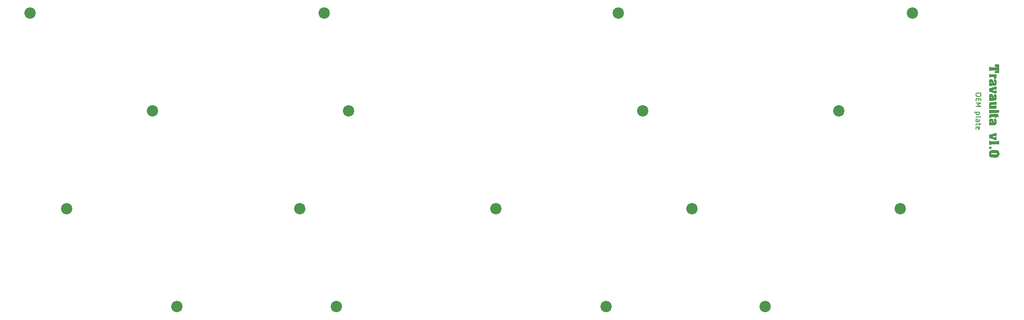
<source format=gbr>
%TF.GenerationSoftware,KiCad,Pcbnew,(7.0.0)*%
%TF.CreationDate,2023-08-01T20:03:55+02:00*%
%TF.ProjectId,travaulta plate topre,74726176-6175-46c7-9461-20706c617465,rev?*%
%TF.SameCoordinates,Original*%
%TF.FileFunction,Legend,Top*%
%TF.FilePolarity,Positive*%
%FSLAX46Y46*%
G04 Gerber Fmt 4.6, Leading zero omitted, Abs format (unit mm)*
G04 Created by KiCad (PCBNEW (7.0.0)) date 2023-08-01 20:03:55*
%MOMM*%
%LPD*%
G01*
G04 APERTURE LIST*
%ADD10C,0.150000*%
%ADD11C,2.200000*%
G04 APERTURE END LIST*
D10*
X248282619Y-72899999D02*
X248282619Y-73090475D01*
X248282619Y-73090475D02*
X248235000Y-73185713D01*
X248235000Y-73185713D02*
X248139761Y-73280951D01*
X248139761Y-73280951D02*
X247949285Y-73328570D01*
X247949285Y-73328570D02*
X247615952Y-73328570D01*
X247615952Y-73328570D02*
X247425476Y-73280951D01*
X247425476Y-73280951D02*
X247330238Y-73185713D01*
X247330238Y-73185713D02*
X247282619Y-73090475D01*
X247282619Y-73090475D02*
X247282619Y-72899999D01*
X247282619Y-72899999D02*
X247330238Y-72804761D01*
X247330238Y-72804761D02*
X247425476Y-72709523D01*
X247425476Y-72709523D02*
X247615952Y-72661904D01*
X247615952Y-72661904D02*
X247949285Y-72661904D01*
X247949285Y-72661904D02*
X248139761Y-72709523D01*
X248139761Y-72709523D02*
X248235000Y-72804761D01*
X248235000Y-72804761D02*
X248282619Y-72899999D01*
X247806428Y-73757142D02*
X247806428Y-74090475D01*
X247282619Y-74233332D02*
X247282619Y-73757142D01*
X247282619Y-73757142D02*
X248282619Y-73757142D01*
X248282619Y-73757142D02*
X248282619Y-74233332D01*
X247282619Y-74661904D02*
X248282619Y-74661904D01*
X248282619Y-74661904D02*
X247568333Y-74995237D01*
X247568333Y-74995237D02*
X248282619Y-75328570D01*
X248282619Y-75328570D02*
X247282619Y-75328570D01*
X247949285Y-76404761D02*
X246949285Y-76404761D01*
X247901666Y-76404761D02*
X247949285Y-76499999D01*
X247949285Y-76499999D02*
X247949285Y-76690475D01*
X247949285Y-76690475D02*
X247901666Y-76785713D01*
X247901666Y-76785713D02*
X247854047Y-76833332D01*
X247854047Y-76833332D02*
X247758809Y-76880951D01*
X247758809Y-76880951D02*
X247473095Y-76880951D01*
X247473095Y-76880951D02*
X247377857Y-76833332D01*
X247377857Y-76833332D02*
X247330238Y-76785713D01*
X247330238Y-76785713D02*
X247282619Y-76690475D01*
X247282619Y-76690475D02*
X247282619Y-76499999D01*
X247282619Y-76499999D02*
X247330238Y-76404761D01*
X247282619Y-77452380D02*
X247330238Y-77357142D01*
X247330238Y-77357142D02*
X247425476Y-77309523D01*
X247425476Y-77309523D02*
X248282619Y-77309523D01*
X247282619Y-78261904D02*
X247806428Y-78261904D01*
X247806428Y-78261904D02*
X247901666Y-78214285D01*
X247901666Y-78214285D02*
X247949285Y-78119047D01*
X247949285Y-78119047D02*
X247949285Y-77928571D01*
X247949285Y-77928571D02*
X247901666Y-77833333D01*
X247330238Y-78261904D02*
X247282619Y-78166666D01*
X247282619Y-78166666D02*
X247282619Y-77928571D01*
X247282619Y-77928571D02*
X247330238Y-77833333D01*
X247330238Y-77833333D02*
X247425476Y-77785714D01*
X247425476Y-77785714D02*
X247520714Y-77785714D01*
X247520714Y-77785714D02*
X247615952Y-77833333D01*
X247615952Y-77833333D02*
X247663571Y-77928571D01*
X247663571Y-77928571D02*
X247663571Y-78166666D01*
X247663571Y-78166666D02*
X247711190Y-78261904D01*
X247949285Y-78595238D02*
X247949285Y-78976190D01*
X248282619Y-78738095D02*
X247425476Y-78738095D01*
X247425476Y-78738095D02*
X247330238Y-78785714D01*
X247330238Y-78785714D02*
X247282619Y-78880952D01*
X247282619Y-78880952D02*
X247282619Y-78976190D01*
X247330238Y-79690476D02*
X247282619Y-79595238D01*
X247282619Y-79595238D02*
X247282619Y-79404762D01*
X247282619Y-79404762D02*
X247330238Y-79309524D01*
X247330238Y-79309524D02*
X247425476Y-79261905D01*
X247425476Y-79261905D02*
X247806428Y-79261905D01*
X247806428Y-79261905D02*
X247901666Y-79309524D01*
X247901666Y-79309524D02*
X247949285Y-79404762D01*
X247949285Y-79404762D02*
X247949285Y-79595238D01*
X247949285Y-79595238D02*
X247901666Y-79690476D01*
X247901666Y-79690476D02*
X247806428Y-79738095D01*
X247806428Y-79738095D02*
X247711190Y-79738095D01*
X247711190Y-79738095D02*
X247615952Y-79261905D01*
%TO.C,*%
%TO.C,G\u002A\u002A\u002A*%
G36*
X250225648Y-83102806D02*
G01*
X250281400Y-83154894D01*
X250342404Y-83273797D01*
X250336265Y-83388180D01*
X250268482Y-83490086D01*
X250158092Y-83561374D01*
X250041507Y-83573037D01*
X249935113Y-83527267D01*
X249859835Y-83435397D01*
X249822835Y-83354577D01*
X249816510Y-83297260D01*
X249834347Y-83234887D01*
X249902544Y-83132052D01*
X250003285Y-83073471D01*
X250117383Y-83062578D01*
X250225648Y-83102806D01*
G37*
G36*
X250112152Y-75969567D02*
G01*
X250182396Y-75985657D01*
X250199301Y-75997070D01*
X250240258Y-76009476D01*
X250341629Y-76019411D01*
X250496219Y-76026486D01*
X250696831Y-76030313D01*
X250825000Y-76030892D01*
X251047988Y-76029030D01*
X251228936Y-76023705D01*
X251360648Y-76015304D01*
X251435928Y-76004218D01*
X251450699Y-75997070D01*
X251494043Y-75977447D01*
X251581087Y-75965243D01*
X251638714Y-75963249D01*
X251805826Y-75963249D01*
X251805826Y-76248446D01*
X251805826Y-76533643D01*
X251029556Y-76544385D01*
X250754388Y-76549374D01*
X250541548Y-76556045D01*
X250385734Y-76564740D01*
X250281644Y-76575803D01*
X250223975Y-76589577D01*
X250211074Y-76597403D01*
X250153887Y-76622556D01*
X250057578Y-76637694D01*
X250006518Y-76639680D01*
X249844175Y-76639680D01*
X249844175Y-76301465D01*
X249844175Y-75963249D01*
X250011287Y-75963249D01*
X250112152Y-75969567D01*
G37*
G36*
X250134118Y-82023065D02*
G01*
X250210074Y-82037859D01*
X250233123Y-82051132D01*
X250274111Y-82063650D01*
X250375241Y-82073655D01*
X250529045Y-82080733D01*
X250728055Y-82084469D01*
X250841911Y-82084953D01*
X251060681Y-82083040D01*
X251237970Y-82077578D01*
X251366312Y-82068981D01*
X251438236Y-82057665D01*
X251450699Y-82051132D01*
X251494043Y-82031508D01*
X251581087Y-82019304D01*
X251638714Y-82017310D01*
X251805826Y-82017310D01*
X251805826Y-82355526D01*
X251805826Y-82693742D01*
X251029926Y-82693742D01*
X250767222Y-82695204D01*
X250551101Y-82699446D01*
X250386728Y-82706247D01*
X250279263Y-82715390D01*
X250233872Y-82726654D01*
X250233123Y-82727563D01*
X250190186Y-82746377D01*
X250102098Y-82758656D01*
X250028197Y-82761385D01*
X249844175Y-82761385D01*
X249844175Y-82389347D01*
X249844175Y-82017310D01*
X250028197Y-82017310D01*
X250134118Y-82023065D01*
G37*
G36*
X251298502Y-69260755D02*
G01*
X251293323Y-69420670D01*
X251277908Y-69516005D01*
X251258325Y-69544906D01*
X251240780Y-69573466D01*
X251273205Y-69636887D01*
X251275235Y-69639804D01*
X251317936Y-69726807D01*
X251332324Y-69798338D01*
X251328151Y-69837564D01*
X251306165Y-69860563D01*
X251252167Y-69871648D01*
X251151960Y-69875129D01*
X251078662Y-69875366D01*
X250825000Y-69875366D01*
X250823925Y-69782357D01*
X250802573Y-69669155D01*
X250736586Y-69595265D01*
X250618384Y-69554310D01*
X250541074Y-69544495D01*
X250372640Y-69546401D01*
X250247778Y-69583938D01*
X250140817Y-69619525D01*
X250015930Y-69637920D01*
X249991176Y-69638615D01*
X249844175Y-69638615D01*
X249844175Y-69314306D01*
X249844175Y-68989997D01*
X250055560Y-69012216D01*
X250192695Y-69022767D01*
X250364584Y-69030605D01*
X250538350Y-69034313D01*
X250571339Y-69034434D01*
X250741413Y-69031752D01*
X250916375Y-69024648D01*
X251063347Y-69014539D01*
X251087118Y-69012216D01*
X251298502Y-68989997D01*
X251298502Y-69260755D01*
G37*
G36*
X251839648Y-67981358D02*
G01*
X251839648Y-68826897D01*
X251399967Y-68826897D01*
X250960287Y-68826897D01*
X250960287Y-68608671D01*
X250960287Y-68390445D01*
X251168987Y-68380375D01*
X251296436Y-68367549D01*
X251373763Y-68345130D01*
X251391646Y-68328029D01*
X251365250Y-68313525D01*
X251284287Y-68301751D01*
X251161785Y-68292801D01*
X251010769Y-68286771D01*
X250844265Y-68283756D01*
X250675299Y-68283850D01*
X250516896Y-68287149D01*
X250382084Y-68293748D01*
X250283887Y-68303741D01*
X250235331Y-68317225D01*
X250233123Y-68319574D01*
X250190186Y-68338387D01*
X250102098Y-68350667D01*
X250028197Y-68353395D01*
X249844175Y-68353395D01*
X249844175Y-67981358D01*
X249844175Y-67609321D01*
X250028197Y-67609321D01*
X250134118Y-67615075D01*
X250210074Y-67629870D01*
X250233123Y-67643142D01*
X250274138Y-67655762D01*
X250375040Y-67665831D01*
X250528107Y-67672910D01*
X250725616Y-67676558D01*
X250826996Y-67676964D01*
X251039630Y-67676188D01*
X251193537Y-67673335D01*
X251297619Y-67667617D01*
X251360781Y-67658244D01*
X251391926Y-67644430D01*
X251399967Y-67626232D01*
X251385290Y-67597775D01*
X251332848Y-67581959D01*
X251230020Y-67575871D01*
X251180127Y-67575499D01*
X250960287Y-67575499D01*
X250960287Y-67355659D01*
X250960287Y-67135819D01*
X251399967Y-67135819D01*
X251839648Y-67135819D01*
X251839648Y-67981358D01*
G37*
G36*
X251298502Y-71723547D02*
G01*
X251298502Y-72049757D01*
X251054438Y-72029296D01*
X250894316Y-72024780D01*
X250735778Y-72035398D01*
X250598059Y-72058540D01*
X250500392Y-72091596D01*
X250475962Y-72107791D01*
X250491584Y-72127975D01*
X250558787Y-72157717D01*
X250663366Y-72190830D01*
X250671809Y-72193138D01*
X250802735Y-72224565D01*
X250884076Y-72232828D01*
X250929387Y-72219027D01*
X250934602Y-72214446D01*
X250989842Y-72191156D01*
X251084810Y-72177106D01*
X251136159Y-72175233D01*
X251298502Y-72175233D01*
X251298502Y-72479627D01*
X251298502Y-72784021D01*
X251145115Y-72784021D01*
X251033114Y-72773666D01*
X250938411Y-72747764D01*
X250916820Y-72736801D01*
X250858860Y-72710992D01*
X250749253Y-72671439D01*
X250601480Y-72622677D01*
X250429019Y-72569243D01*
X250343043Y-72543739D01*
X249844175Y-72397896D01*
X249844175Y-72085631D01*
X249846744Y-71947683D01*
X249853634Y-71837674D01*
X249863616Y-71771397D01*
X249869541Y-71759501D01*
X249909308Y-71745901D01*
X250002396Y-71717466D01*
X250137016Y-71677697D01*
X250301380Y-71630097D01*
X250402231Y-71601267D01*
X250578921Y-71549717D01*
X250733080Y-71502348D01*
X250852686Y-71463041D01*
X250925718Y-71435677D01*
X250941685Y-71427117D01*
X250992358Y-71409500D01*
X251084162Y-71398815D01*
X251136159Y-71397337D01*
X251298502Y-71397337D01*
X251298502Y-71723547D01*
G37*
G36*
X251298502Y-80787728D02*
G01*
X251298502Y-81113938D01*
X251054438Y-81093477D01*
X250894316Y-81088961D01*
X250735778Y-81099579D01*
X250598059Y-81122721D01*
X250500392Y-81155777D01*
X250475962Y-81171973D01*
X250491584Y-81192156D01*
X250558787Y-81221899D01*
X250663366Y-81255011D01*
X250671809Y-81257320D01*
X250802735Y-81288746D01*
X250884076Y-81297009D01*
X250929387Y-81283208D01*
X250934602Y-81278627D01*
X250989842Y-81255337D01*
X251084810Y-81241287D01*
X251136159Y-81239414D01*
X251298502Y-81239414D01*
X251298502Y-81543808D01*
X251298502Y-81848202D01*
X251145115Y-81848202D01*
X251033114Y-81837847D01*
X250938411Y-81811945D01*
X250916820Y-81800982D01*
X250858860Y-81775173D01*
X250749253Y-81735620D01*
X250601480Y-81686858D01*
X250429019Y-81633424D01*
X250343043Y-81607920D01*
X249844175Y-81462078D01*
X249844175Y-81149812D01*
X249846744Y-81011864D01*
X249853634Y-80901855D01*
X249863616Y-80835578D01*
X249869541Y-80823683D01*
X249909308Y-80810082D01*
X250002396Y-80781647D01*
X250137016Y-80741878D01*
X250301380Y-80694278D01*
X250402231Y-80665448D01*
X250578921Y-80613898D01*
X250733080Y-80566529D01*
X250852686Y-80527222D01*
X250925718Y-80499858D01*
X250941685Y-80491298D01*
X250992358Y-80473681D01*
X251084162Y-80462996D01*
X251136159Y-80461518D01*
X251298502Y-80461518D01*
X251298502Y-80787728D01*
G37*
G36*
X251225861Y-76713407D02*
G01*
X251287090Y-76728962D01*
X251298502Y-76741145D01*
X251328654Y-76761667D01*
X251404610Y-76773675D01*
X251444515Y-76774967D01*
X251590528Y-76774967D01*
X251647878Y-77020173D01*
X251675599Y-77142125D01*
X251695826Y-77237653D01*
X251704682Y-77288333D01*
X251704795Y-77290746D01*
X251673823Y-77304128D01*
X251593762Y-77313319D01*
X251501432Y-77316112D01*
X251298502Y-77316112D01*
X251298502Y-77417576D01*
X251294808Y-77477641D01*
X251272091Y-77507593D01*
X251212904Y-77517902D01*
X251129395Y-77519041D01*
X251029287Y-77516824D01*
X250979367Y-77503195D01*
X250962186Y-77467682D01*
X250960287Y-77417576D01*
X250960287Y-77316112D01*
X250646507Y-77316112D01*
X250441591Y-77324649D01*
X250298477Y-77351091D01*
X250213409Y-77396687D01*
X250182628Y-77462684D01*
X250182391Y-77470227D01*
X250159580Y-77503255D01*
X250084601Y-77517722D01*
X250034138Y-77519041D01*
X249937969Y-77513470D01*
X249888435Y-77490583D01*
X249865492Y-77442943D01*
X249850481Y-77339772D01*
X249847675Y-77210257D01*
X249856338Y-77085307D01*
X249875734Y-76995831D01*
X249876148Y-76994807D01*
X249922005Y-76921669D01*
X249978974Y-76859521D01*
X250017665Y-76831429D01*
X250069137Y-76811546D01*
X250145865Y-76797996D01*
X250260324Y-76788903D01*
X250424990Y-76782392D01*
X250507201Y-76780104D01*
X250673412Y-76773646D01*
X250812223Y-76764180D01*
X250911262Y-76752860D01*
X250958159Y-76740839D01*
X250960287Y-76737827D01*
X250990710Y-76720425D01*
X251068497Y-76709381D01*
X251129395Y-76707323D01*
X251225861Y-76713407D01*
G37*
G36*
X251298502Y-74657500D02*
G01*
X251295987Y-74802973D01*
X251286927Y-74893859D01*
X251269052Y-74943079D01*
X251245004Y-74961894D01*
X251191638Y-74969912D01*
X251085959Y-74976545D01*
X250943293Y-74981100D01*
X250779957Y-74982885D01*
X250571124Y-74984519D01*
X250420627Y-74990215D01*
X250319189Y-75001980D01*
X250257534Y-75021818D01*
X250226385Y-75051734D01*
X250216466Y-75093734D01*
X250216212Y-75104743D01*
X250218579Y-75140694D01*
X250233738Y-75163962D01*
X250273771Y-75177307D01*
X250350764Y-75183485D01*
X250476801Y-75185257D01*
X250569343Y-75185353D01*
X250721794Y-75182271D01*
X250844249Y-75173875D01*
X250922603Y-75161441D01*
X250943376Y-75151531D01*
X250986719Y-75131907D01*
X251073763Y-75119703D01*
X251131391Y-75117710D01*
X251298502Y-75117710D01*
X251298502Y-75420489D01*
X251298502Y-75723268D01*
X250765813Y-75739396D01*
X250564678Y-75746561D01*
X250370706Y-75755395D01*
X250201572Y-75764958D01*
X250074951Y-75774314D01*
X250038649Y-75777962D01*
X249844175Y-75800401D01*
X249844175Y-75492877D01*
X249847573Y-75350798D01*
X249856858Y-75245816D01*
X249870667Y-75190635D01*
X249877159Y-75185353D01*
X249893068Y-75158449D01*
X249877159Y-75098597D01*
X249854035Y-74989168D01*
X249847471Y-74848710D01*
X249857295Y-74710725D01*
X249879606Y-74617339D01*
X249929017Y-74546964D01*
X250017246Y-74496153D01*
X250151580Y-74462945D01*
X250339305Y-74445382D01*
X250534435Y-74441278D01*
X250697871Y-74438450D01*
X250828996Y-74430662D01*
X250915207Y-74418955D01*
X250943376Y-74407457D01*
X250986719Y-74387833D01*
X251073763Y-74375629D01*
X251131391Y-74373635D01*
X251298502Y-74373635D01*
X251298502Y-74657500D01*
G37*
G36*
X250666221Y-83785704D02*
G01*
X250723536Y-83783374D01*
X251031841Y-83781231D01*
X251283820Y-83796171D01*
X251476738Y-83827838D01*
X251607864Y-83875881D01*
X251646002Y-83902765D01*
X251753760Y-84041424D01*
X251825799Y-84219437D01*
X251861999Y-84420548D01*
X251862235Y-84628502D01*
X251826388Y-84827043D01*
X251754334Y-84999913D01*
X251655155Y-85123018D01*
X251587482Y-85174625D01*
X251511535Y-85212805D01*
X251416900Y-85239090D01*
X251293165Y-85255014D01*
X251129917Y-85262112D01*
X250916742Y-85261917D01*
X250736333Y-85258363D01*
X250502084Y-85249980D01*
X250324782Y-85235324D01*
X250193779Y-85210773D01*
X250098430Y-85172706D01*
X250028091Y-85117502D01*
X249972116Y-85041539D01*
X249943029Y-84988491D01*
X249891648Y-84839630D01*
X249862084Y-84652401D01*
X249858130Y-84520106D01*
X250250034Y-84520106D01*
X250264670Y-84599654D01*
X250317262Y-84636687D01*
X250326132Y-84639091D01*
X250386502Y-84645217D01*
X250499942Y-84649110D01*
X250651909Y-84650533D01*
X250827858Y-84649253D01*
X250889013Y-84648191D01*
X251083703Y-84643333D01*
X251221540Y-84636857D01*
X251313310Y-84627344D01*
X251369802Y-84613377D01*
X251401805Y-84593536D01*
X251413074Y-84579294D01*
X251432262Y-84506481D01*
X251413074Y-84460919D01*
X251390091Y-84437160D01*
X251348674Y-84420070D01*
X251278036Y-84408232D01*
X251167388Y-84400225D01*
X251005941Y-84394634D01*
X250889013Y-84392022D01*
X250666221Y-84388435D01*
X250502119Y-84389041D01*
X250387794Y-84395627D01*
X250314335Y-84409978D01*
X250272830Y-84433882D01*
X250254369Y-84469125D01*
X250250039Y-84517492D01*
X250250034Y-84520106D01*
X249858130Y-84520106D01*
X249856126Y-84453047D01*
X249875562Y-84267811D01*
X249889792Y-84207236D01*
X249938450Y-84069703D01*
X250002648Y-83965682D01*
X250091881Y-83890349D01*
X250215643Y-83838876D01*
X250383427Y-83806437D01*
X250604727Y-83788204D01*
X250666221Y-83785704D01*
G37*
G36*
X250269567Y-69960791D02*
G01*
X250353805Y-69969417D01*
X250484632Y-70033253D01*
X250574410Y-70128969D01*
X250611439Y-70202082D01*
X250657718Y-70316395D01*
X250703680Y-70448139D01*
X250706837Y-70458026D01*
X250748346Y-70583060D01*
X250780791Y-70656602D01*
X250813753Y-70692185D01*
X250856814Y-70703339D01*
X250881010Y-70703995D01*
X250951062Y-70693666D01*
X250975562Y-70650677D01*
X250977197Y-70619441D01*
X250962326Y-70554394D01*
X250904828Y-70527122D01*
X250884188Y-70524185D01*
X250836721Y-70516021D01*
X250808986Y-70495171D01*
X250795682Y-70446693D01*
X250791508Y-70355648D01*
X250791179Y-70262068D01*
X250791179Y-70010652D01*
X250973344Y-70010652D01*
X251080402Y-70013562D01*
X251142075Y-70029420D01*
X251180585Y-70068924D01*
X251209438Y-70124299D01*
X251274479Y-70305590D01*
X251315158Y-70509821D01*
X251325500Y-70703147D01*
X251321313Y-70758147D01*
X251291149Y-70900542D01*
X251239797Y-71036725D01*
X251176612Y-71146933D01*
X251110947Y-71211403D01*
X251105469Y-71214179D01*
X251049055Y-71227251D01*
X250940856Y-71241829D01*
X250796646Y-71256098D01*
X250638982Y-71267822D01*
X250457207Y-71280042D01*
X250278848Y-71293392D01*
X250126741Y-71306089D01*
X250038649Y-71314652D01*
X249844175Y-71335954D01*
X249844175Y-71045340D01*
X249846303Y-70900721D01*
X249854056Y-70811908D01*
X249869482Y-70767158D01*
X249894632Y-70754728D01*
X249894907Y-70754727D01*
X249930091Y-70753322D01*
X249940580Y-70738714D01*
X249924642Y-70695312D01*
X249880544Y-70607525D01*
X249877996Y-70602530D01*
X249856751Y-70545045D01*
X250221857Y-70545045D01*
X250225849Y-70634732D01*
X250236741Y-70667407D01*
X250285458Y-70708807D01*
X250357396Y-70720905D01*
X250426072Y-70714383D01*
X250443438Y-70684395D01*
X250434702Y-70644807D01*
X250387134Y-70546893D01*
X250323322Y-70495433D01*
X250269567Y-70495379D01*
X250221857Y-70545045D01*
X249856751Y-70545045D01*
X249821639Y-70450039D01*
X249821479Y-70308900D01*
X249859703Y-70190768D01*
X249946339Y-70066737D01*
X250068404Y-69987564D01*
X250209644Y-69954655D01*
X250269567Y-69960791D01*
G37*
G36*
X250269567Y-72869446D02*
G01*
X250353805Y-72878072D01*
X250484632Y-72941908D01*
X250574410Y-73037625D01*
X250611439Y-73110737D01*
X250657718Y-73225050D01*
X250703680Y-73356794D01*
X250706837Y-73366681D01*
X250748346Y-73491715D01*
X250780791Y-73565257D01*
X250813753Y-73600840D01*
X250856814Y-73611994D01*
X250881010Y-73612650D01*
X250951062Y-73602321D01*
X250975562Y-73559332D01*
X250977197Y-73528096D01*
X250962326Y-73463050D01*
X250904828Y-73435777D01*
X250884188Y-73432840D01*
X250836721Y-73424676D01*
X250808986Y-73403826D01*
X250795682Y-73355349D01*
X250791508Y-73264303D01*
X250791179Y-73170723D01*
X250791179Y-72919307D01*
X250973344Y-72919307D01*
X251080402Y-72922217D01*
X251142075Y-72938075D01*
X251180585Y-72977579D01*
X251209438Y-73032954D01*
X251274479Y-73214246D01*
X251315158Y-73418476D01*
X251325500Y-73611802D01*
X251321313Y-73666802D01*
X251291149Y-73809197D01*
X251239797Y-73945380D01*
X251176612Y-74055588D01*
X251110947Y-74120058D01*
X251105469Y-74122834D01*
X251049055Y-74135906D01*
X250940856Y-74150484D01*
X250796646Y-74164753D01*
X250638982Y-74176477D01*
X250457207Y-74188697D01*
X250278848Y-74202047D01*
X250126741Y-74214744D01*
X250038649Y-74223307D01*
X249844175Y-74244609D01*
X249844175Y-73953996D01*
X249846303Y-73809376D01*
X249854056Y-73720563D01*
X249869482Y-73675813D01*
X249894632Y-73663383D01*
X249894907Y-73663382D01*
X249930091Y-73661977D01*
X249940580Y-73647369D01*
X249924642Y-73603967D01*
X249880544Y-73516180D01*
X249877996Y-73511185D01*
X249856751Y-73453700D01*
X250221857Y-73453700D01*
X250225849Y-73543387D01*
X250236741Y-73576062D01*
X250285458Y-73617462D01*
X250357396Y-73629560D01*
X250426072Y-73623038D01*
X250443438Y-73593050D01*
X250434702Y-73553462D01*
X250387134Y-73455548D01*
X250323322Y-73404088D01*
X250269567Y-73404034D01*
X250221857Y-73453700D01*
X249856751Y-73453700D01*
X249821639Y-73358694D01*
X249821479Y-73217555D01*
X249859703Y-73099423D01*
X249946339Y-72975392D01*
X250068404Y-72896219D01*
X250209644Y-72863310D01*
X250269567Y-72869446D01*
G37*
G36*
X250269567Y-77638288D02*
G01*
X250353805Y-77646913D01*
X250484632Y-77710750D01*
X250574410Y-77806466D01*
X250611439Y-77879578D01*
X250657718Y-77993892D01*
X250703680Y-78125635D01*
X250706837Y-78135523D01*
X250748346Y-78260556D01*
X250780791Y-78334099D01*
X250813753Y-78369681D01*
X250856814Y-78380836D01*
X250881010Y-78381491D01*
X250951062Y-78371163D01*
X250975562Y-78328173D01*
X250977197Y-78296937D01*
X250962326Y-78231891D01*
X250904828Y-78204618D01*
X250884188Y-78201681D01*
X250836721Y-78193518D01*
X250808986Y-78172668D01*
X250795682Y-78124190D01*
X250791508Y-78033145D01*
X250791179Y-77939564D01*
X250791179Y-77688149D01*
X250973344Y-77688149D01*
X251080402Y-77691058D01*
X251142075Y-77706917D01*
X251180585Y-77746421D01*
X251209438Y-77801796D01*
X251274479Y-77983087D01*
X251315158Y-78187318D01*
X251325500Y-78380643D01*
X251321313Y-78435643D01*
X251291149Y-78578039D01*
X251239797Y-78714222D01*
X251176612Y-78824429D01*
X251110947Y-78888900D01*
X251105469Y-78891675D01*
X251049055Y-78904747D01*
X250940856Y-78919325D01*
X250796646Y-78933594D01*
X250638982Y-78945318D01*
X250457207Y-78957539D01*
X250278848Y-78970889D01*
X250126741Y-78983586D01*
X250038649Y-78992149D01*
X249844175Y-79013451D01*
X249844175Y-78722837D01*
X249846303Y-78578218D01*
X249854056Y-78489404D01*
X249869482Y-78444654D01*
X249894632Y-78432224D01*
X249894907Y-78432224D01*
X249930091Y-78430819D01*
X249940580Y-78416210D01*
X249924642Y-78372808D01*
X249880544Y-78285022D01*
X249877996Y-78280027D01*
X249856751Y-78222541D01*
X250221857Y-78222541D01*
X250225849Y-78312229D01*
X250236741Y-78344903D01*
X250285458Y-78386303D01*
X250357396Y-78398402D01*
X250426072Y-78391879D01*
X250443438Y-78361891D01*
X250434702Y-78322303D01*
X250387134Y-78224389D01*
X250323322Y-78172930D01*
X250269567Y-78172875D01*
X250221857Y-78222541D01*
X249856751Y-78222541D01*
X249821639Y-78127535D01*
X249821479Y-77986397D01*
X249859703Y-77868265D01*
X249946339Y-77744233D01*
X250068404Y-77665061D01*
X250209644Y-77632152D01*
X250269567Y-77638288D01*
G37*
%TD*%
D11*
%TO.C,H5*%
X115887500Y-95250000D03*
%TD*%
%TO.C,*%
X175418750Y-114300000D03*
%TD*%
%TO.C,*%
X70643750Y-95250000D03*
%TD*%
%TO.C,*%
X92075000Y-114300000D03*
%TD*%
%TO.C,*%
X206375000Y-114300000D03*
%TD*%
%TO.C,*%
X177800000Y-57150000D03*
%TD*%
%TO.C,*%
X123031250Y-114300000D03*
%TD*%
%TO.C,*%
X192087500Y-95250000D03*
%TD*%
%TO.C,*%
X120650000Y-57150000D03*
%TD*%
%TO.C,*%
X220662500Y-76200000D03*
%TD*%
%TO.C,*%
X63500000Y-57150000D03*
%TD*%
%TO.C,*%
X153987500Y-95250000D03*
%TD*%
%TO.C,*%
X87312500Y-76200000D03*
%TD*%
%TO.C,*%
X232568750Y-95250000D03*
%TD*%
%TO.C,*%
X234950000Y-57150000D03*
%TD*%
%TO.C,*%
X182562500Y-76200000D03*
%TD*%
%TO.C,*%
X125412500Y-76200000D03*
%TD*%
M02*

</source>
